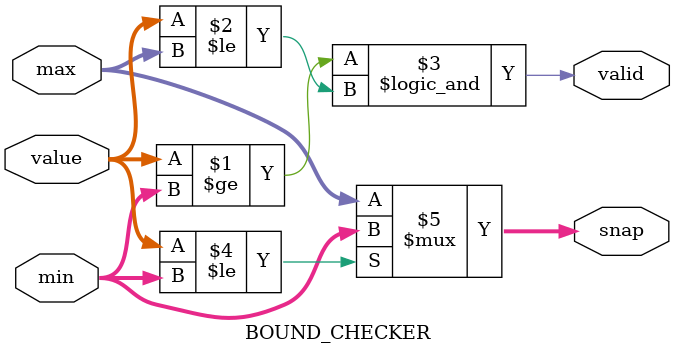
<source format=v>


module BOUND_CHECKER 
			(
				input integer value,
				input integer min,
				input integer max,
				output wire valid,
				output integer snap
			);
	
	// Indicates if the state is valid.
	assign valid = value >= min && value <= max;
	
	// The closet bound to which the input
	// should snap in order to remain valid.
	assign snap = (value <= min ) ? min : max; 
			
endmodule
</source>
